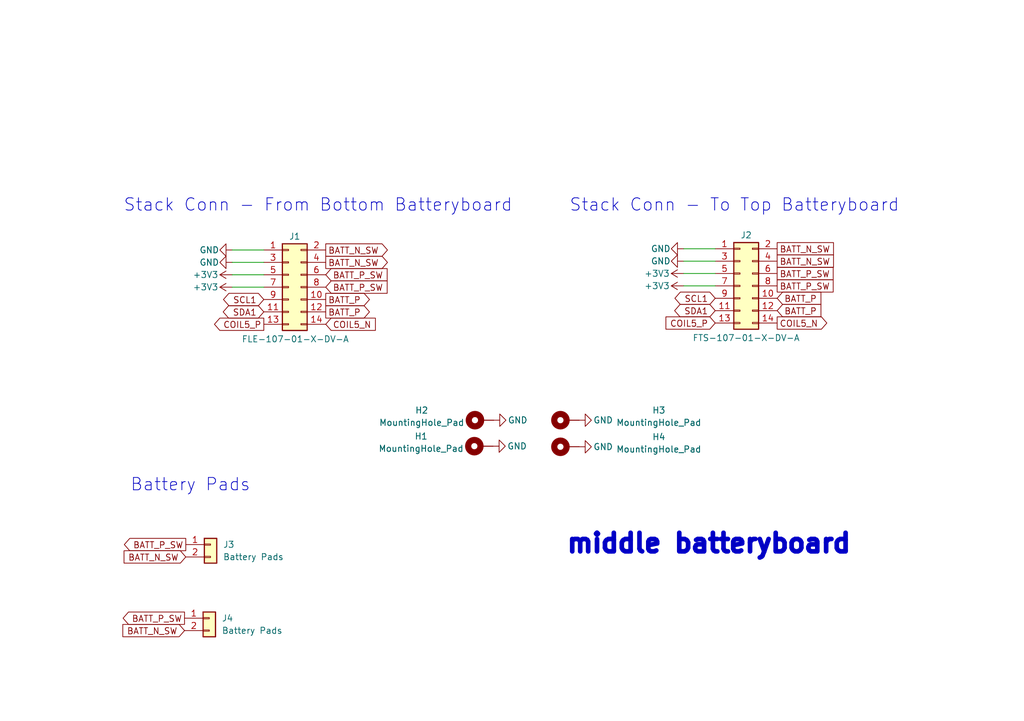
<source format=kicad_sch>
(kicad_sch (version 20230121) (generator eeschema)
  (paper "A5")
  (title_block (title "PyCubed Mini") (date "2023-04-12") (rev "B3/02") (company "RExLab Carnegie Mellon University") (comment 1 "N. Khera") (comment 2 "Z. Manchester"))
  (lib_symbols
    (symbol "Connector_Generic:Conn_01x02" (pin_names (offset 1.016) hide)
      (property "Reference" "J" (at 0 2.54 0))
      (property "Value" "Conn_01x02" (at 0 -5.08 0))
      (symbol "Conn_01x02_1_1"
        (rectangle (start -1.27 -2.413) (end 0 -2.667) (stroke (width 0.1524)))
        (rectangle (start -1.27 0.127) (end 0 -0.127) (stroke (width 0.1524)))
        (rectangle (start -1.27 1.27) (end 1.27 -3.81) (stroke (width 0.254)) (fill (type background)))
        (pin passive line (at -5.08 0 0) (length 3.81) (name "Pin_1") (number "1"))
        (pin passive line (at -5.08 -2.54 0) (length 3.81) (name "Pin_2") (number "2"))
      )
    )
    (symbol "Connector_Generic:Conn_02x07_Odd_Even" (pin_names (offset 1.016) hide)
      (property "Reference" "J" (at 1.27 10.16 0))
      (property "Value" "Conn_02x07_Odd_Even" (at 1.27 -10.16 0))
      (symbol "Conn_02x07_Odd_Even_1_1"
        (rectangle (start -1.27 -7.493) (end 0 -7.747) (stroke (width 0.1524)))
        (rectangle (start -1.27 -4.953) (end 0 -5.207) (stroke (width 0.1524)))
        (rectangle (start -1.27 -2.413) (end 0 -2.667) (stroke (width 0.1524)))
        (rectangle (start -1.27 0.127) (end 0 -0.127) (stroke (width 0.1524)))
        (rectangle (start -1.27 2.667) (end 0 2.413) (stroke (width 0.1524)))
        (rectangle (start -1.27 5.207) (end 0 4.953) (stroke (width 0.1524)))
        (rectangle (start -1.27 7.747) (end 0 7.493) (stroke (width 0.1524)))
        (rectangle (start -1.27 8.89) (end 3.81 -8.89) (stroke (width 0.254)) (fill (type background)))
        (rectangle (start 3.81 -7.493) (end 2.54 -7.747) (stroke (width 0.1524)))
        (rectangle (start 3.81 -4.953) (end 2.54 -5.207) (stroke (width 0.1524)))
        (rectangle (start 3.81 -2.413) (end 2.54 -2.667) (stroke (width 0.1524)))
        (rectangle (start 3.81 0.127) (end 2.54 -0.127) (stroke (width 0.1524)))
        (rectangle (start 3.81 2.667) (end 2.54 2.413) (stroke (width 0.1524)))
        (rectangle (start 3.81 5.207) (end 2.54 4.953) (stroke (width 0.1524)))
        (rectangle (start 3.81 7.747) (end 2.54 7.493) (stroke (width 0.1524)))
        (pin passive line (at -5.08 7.62 0) (length 3.81) (name "Pin_1") (number "1"))
        (pin passive line (at 7.62 -2.54 180) (length 3.81) (name "Pin_10") (number "10"))
        (pin passive line (at -5.08 -5.08 0) (length 3.81) (name "Pin_11") (number "11"))
        (pin passive line (at 7.62 -5.08 180) (length 3.81) (name "Pin_12") (number "12"))
        (pin passive line (at -5.08 -7.62 0) (length 3.81) (name "Pin_13") (number "13"))
        (pin passive line (at 7.62 -7.62 180) (length 3.81) (name "Pin_14") (number "14"))
        (pin passive line (at 7.62 7.62 180) (length 3.81) (name "Pin_2") (number "2"))
        (pin passive line (at -5.08 5.08 0) (length 3.81) (name "Pin_3") (number "3"))
        (pin passive line (at 7.62 5.08 180) (length 3.81) (name "Pin_4") (number "4"))
        (pin passive line (at -5.08 2.54 0) (length 3.81) (name "Pin_5") (number "5"))
        (pin passive line (at 7.62 2.54 180) (length 3.81) (name "Pin_6") (number "6"))
        (pin passive line (at -5.08 0 0) (length 3.81) (name "Pin_7") (number "7"))
        (pin passive line (at 7.62 0 180) (length 3.81) (name "Pin_8") (number "8"))
        (pin passive line (at -5.08 -2.54 0) (length 3.81) (name "Pin_9") (number "9"))
      )
    )
    (symbol "Mechanical:MountingHole_Pad" (pin_numbers hide) (pin_names (offset 1.016) hide)
      (property "Reference" "H" (at 0 6.35 0))
      (property "Value" "MountingHole_Pad" (at 0 4.445 0))
      (symbol "MountingHole_Pad_0_1"
        (circle (center 0 1.27) (radius 1.27) (stroke (width 1.27)))
      )
      (symbol "MountingHole_Pad_1_1"
        (pin input line (at 0 -2.54 90) (length 2.54) (name "1") (number "1"))
      )
    )
    (symbol "power:+3V3" (power) (pin_names (offset 0))
      (property "Value" "+3V3" (at 0 3.556 0))
      (symbol "+3V3_0_1"
        (polyline (pts (xy -0.762 1.27) (xy 0 2.54)))
        (polyline (pts (xy 0 0) (xy 0 2.54)))
        (polyline (pts (xy 0 2.54) (xy 0.762 1.27)))
      )
      (symbol "+3V3_1_1"
        (pin power_in line (at 0 0 90) (length 0) hide (name "+3V3") (number "1"))
      )
    )
    (symbol "power:GND" (power) (pin_names (offset 0))
      (property "Value" "GND" (at 0 -3.81 0))
      (symbol "GND_0_1"
        (polyline (pts (xy 0 0) (xy 0 -1.27) (xy 1.27 -1.27) (xy 0 -2.54) (xy -1.27 -1.27) (xy 0 -1.27)))
      )
      (symbol "GND_1_1"
        (pin power_in line (at 0 0 270) (length 0) hide (name "GND") (number "1"))
      )
    )
  )
  (wire (pts (xy 47.625 51.308) (xy 54.102 51.308)))
  (wire (pts (xy 47.625 58.928) (xy 54.102 58.928)))
  (wire (pts (xy 140.208 58.674) (xy 146.685 58.674)))
  (wire (pts (xy 47.625 56.388) (xy 54.102 56.388)))
  (wire (pts (xy 140.208 56.134) (xy 146.685 56.134)))
  (wire (pts (xy 140.208 53.594) (xy 146.685 53.594)))
  (wire (pts (xy 47.625 53.848) (xy 54.102 53.848)))
  (wire (pts (xy 140.208 51.054) (xy 146.685 51.054)))
  (text "Stack Conn - To Top Batteryboard" (at 116.713 43.688 0) (effects (font (size 2.54 2.54)) (justify left bottom)))
  (text "Stack Conn - From Bottom Batteryboard" (at 25.273 43.688 0) (effects (font (size 2.54 2.54)) (justify left bottom)))
  (text "middle batteryboard" (at 115.824 113.919 0) (effects (font (size 3.81 3.81) (thickness 1.016) bold) (justify left bottom)))
  (text "Battery Pads" (at 26.67 101.092 0) (effects (font (size 2.54 2.54)) (justify left bottom)))
  (global_label "BATT_P_SW" (shape output) (at 37.846 126.873 180) (property "Intersheetrefs" "${INTERSHEET_REFS}" (effects hide)))
  (global_label "COIL5_P" (shape input) (at 146.685 66.294 180) (property "Intersheetrefs" "${INTERSHEET_REFS}" (effects hide)))
  (global_label "BATT_P" (shape output) (at 66.802 61.468 0) (property "Intersheetrefs" "${INTERSHEET_REFS}" (effects hide)))
  (global_label "BATT_P" (shape output) (at 66.802 64.008 0) (property "Intersheetrefs" "${INTERSHEET_REFS}" (effects hide)))
  (global_label "COIL5_N" (shape input) (at 66.802 66.548 0) (property "Intersheetrefs" "${INTERSHEET_REFS}" (effects hide)))
  (global_label "SCL1" (shape bidirectional) (at 146.685 61.214 180) (property "Intersheetrefs" "${INTERSHEET_REFS}" (effects hide)))
  (global_label "BATT_N_SW" (shape output) (at 66.802 53.848 0) (property "Intersheetrefs" "${INTERSHEET_REFS}" (effects hide)))
  (global_label "BATT_P_SW" (shape passive) (at 159.385 56.134 0) (property "Intersheetrefs" "${INTERSHEET_REFS}" (effects hide)))
  (global_label "BATT_N_SW" (shape input) (at 38.1 114.3 180) (property "Intersheetrefs" "${INTERSHEET_REFS}" (effects hide)))
  (global_label "BATT_P" (shape input) (at 159.385 61.214 0) (property "Intersheetrefs" "${INTERSHEET_REFS}" (effects hide)))
  (global_label "BATT_N_SW" (shape passive) (at 159.385 51.054 0) (property "Intersheetrefs" "${INTERSHEET_REFS}" (effects hide)))
  (global_label "BATT_P_SW" (shape input) (at 66.802 56.388 0) (property "Intersheetrefs" "${INTERSHEET_REFS}" (effects hide)))
  (global_label "SCL1" (shape bidirectional) (at 54.102 61.468 180) (property "Intersheetrefs" "${INTERSHEET_REFS}" (effects hide)))
  (global_label "BATT_N_SW" (shape passive) (at 159.385 53.594 0) (property "Intersheetrefs" "${INTERSHEET_REFS}" (effects hide)))
  (global_label "BATT_P_SW" (shape output) (at 38.1 111.76 180) (property "Intersheetrefs" "${INTERSHEET_REFS}" (effects hide)))
  (global_label "BATT_P_SW" (shape passive) (at 159.385 58.674 0) (property "Intersheetrefs" "${INTERSHEET_REFS}" (effects hide)))
  (global_label "BATT_N_SW" (shape input) (at 37.846 129.413 180) (property "Intersheetrefs" "${INTERSHEET_REFS}" (effects hide)))
  (global_label "SDA1" (shape bidirectional) (at 146.685 63.754 180) (property "Intersheetrefs" "${INTERSHEET_REFS}" (effects hide)))
  (global_label "COIL5_N" (shape output) (at 159.385 66.294 0) (property "Intersheetrefs" "${INTERSHEET_REFS}" (effects hide)))
  (global_label "BATT_P" (shape input) (at 159.385 63.754 0) (property "Intersheetrefs" "${INTERSHEET_REFS}" (effects hide)))
  (global_label "COIL5_P" (shape output) (at 54.102 66.548 180) (property "Intersheetrefs" "${INTERSHEET_REFS}" (effects hide)))
  (global_label "SDA1" (shape bidirectional) (at 54.102 64.008 180) (property "Intersheetrefs" "${INTERSHEET_REFS}" (effects hide)))
  (global_label "BATT_P_SW" (shape input) (at 66.802 58.928 0) (property "Intersheetrefs" "${INTERSHEET_REFS}" (effects hide)))
  (global_label "BATT_N_SW" (shape output) (at 66.802 51.308 0) (property "Intersheetrefs" "${INTERSHEET_REFS}" (effects hide)))
  (symbol (lib_id "power:+3V3") (at 140.208 56.134 90) (mirror x) (unit 1)
    (property "Reference" "#PWR0111" (effects hide))
    (property "Value" "+3V3" (at 134.747 56.134 90))
  )
  (symbol (lib_id "power:GND") (at 101.092 91.567 90) (unit 1)
    (property "Reference" "#PWR0103" (effects hide))
    (property "Value" "GND" (at 106.045 91.567 90))
  )
  (symbol (lib_id "power:+3V3") (at 140.208 58.674 90) (mirror x) (unit 1)
    (property "Reference" "#PWR0110" (effects hide))
    (property "Value" "+3V3" (at 134.747 58.674 90))
  )
  (symbol (lib_id "power:+3V3") (at 47.625 58.928 90) (mirror x) (unit 1)
    (property "Reference" "#PWR0108" (effects hide))
    (property "Value" "+3V3" (at 42.164 58.928 90))
  )
  (symbol (lib_id "Mechanical:MountingHole_Pad") (at 98.552 91.567 90) (unit 1) (in_bom no)
    (property "Reference" "H1" (at 86.36 89.535 90))
    (property "Value" "MountingHole_Pad" (at 86.36 92.0719 90))
    (property "Footprint" "mainboard:MountingHole" (effects hide))
  )
  (symbol (lib_id "power:GND") (at 140.208 51.054 270) (unit 1)
    (property "Reference" "#PWR0109" (effects hide))
    (property "Value" "GND" (at 135.509 51.054 90))
  )
  (symbol (lib_id "power:GND") (at 47.625 53.848 270) (unit 1)
    (property "Reference" "#PWR0107" (effects hide))
    (property "Value" "GND" (at 42.926 53.848 90))
  )
  (symbol (lib_id "power:GND") (at 140.208 53.594 270) (unit 1)
    (property "Reference" "#PWR0112" (effects hide))
    (property "Value" "GND" (at 135.509 53.594 90))
  )
  (symbol (lib_id "Mechanical:MountingHole_Pad") (at 116.205 86.233 90) (unit 1) (in_bom no)
    (property "Reference" "H3" (at 135.128 84.201 90))
    (property "Value" "MountingHole_Pad" (at 135.128 86.7379 90))
    (property "Footprint" "mainboard:MountingHole" (effects hide))
  )
  (symbol (lib_id "Mechanical:MountingHole_Pad") (at 116.205 91.694 90) (unit 1) (in_bom no)
    (property "Reference" "H4" (at 135.128 89.662 90))
    (property "Value" "MountingHole_Pad" (at 135.128 92.1989 90))
    (property "Footprint" "mainboard:MountingHole" (effects hide))
  )
  (symbol (lib_id "Mechanical:MountingHole_Pad") (at 98.679 86.233 90) (unit 1) (in_bom no)
    (property "Reference" "H2" (at 86.487 84.2041 90))
    (property "Value" "MountingHole_Pad" (at 86.487 86.741 90))
    (property "Footprint" "mainboard:MountingHole" (effects hide))
  )
  (symbol (lib_id "power:GND") (at 118.745 86.233 90) (unit 1)
    (property "Reference" "#PWR0105" (effects hide))
    (property "Value" "GND" (at 123.698 86.233 90))
  )
  (symbol (lib_id "power:+3V3") (at 47.625 56.388 90) (mirror x) (unit 1)
    (property "Reference" "#PWR0104" (effects hide))
    (property "Value" "+3V3" (at 42.164 56.388 90))
  )
  (symbol (lib_id "Connector_Generic:Conn_01x02") (at 43.18 111.76 0) (unit 1) (in_bom no)
    (property "Reference" "J3" (at 45.72 111.76 0) (effects (justify left)))
    (property "Value" "Battery Pads" (at 45.72 114.3 0) (effects (justify left)))
    (property "Footprint" "batteryboard:Battery Pads" (effects hide))
  )
  (symbol (lib_id "power:GND") (at 118.745 91.694 90) (unit 1)
    (property "Reference" "#PWR0106" (effects hide))
    (property "Value" "GND" (at 123.698 91.694 90))
  )
  (symbol (lib_id "power:GND") (at 101.219 86.233 90) (unit 1)
    (property "Reference" "#PWR0102" (effects hide))
    (property "Value" "GND" (at 106.172 86.233 90))
  )
  (symbol (lib_id "Connector_Generic:Conn_02x07_Odd_Even") (at 59.182 58.928 0) (unit 1)
    (property "Reference" "J1" (at 60.452 48.514 0))
    (property "Value" "FLE-107-01-X-DV-A" (at 60.579 69.596 0))
    (property "Footprint" "batteryboard:SAMTEC_FLE-107-01-X-DV-A" (effects hide))
  )
  (symbol (lib_id "power:GND") (at 47.625 51.308 270) (unit 1)
    (property "Reference" "#PWR0101" (effects hide))
    (property "Value" "GND" (at 42.926 51.308 90))
  )
  (symbol (lib_id "Connector_Generic:Conn_02x07_Odd_Even") (at 151.765 58.674 0) (unit 1)
    (property "Reference" "J2" (at 153.035 48.26 0))
    (property "Value" "FTS-107-01-X-DV-A" (at 153.035 69.342 0))
    (property "Footprint" "batteryboard:SAMTEC-FTS-107-01-X-DV-A" (effects hide))
  )
  (symbol (lib_id "Connector_Generic:Conn_01x02") (at 42.926 126.873 0) (unit 1) (in_bom no)
    (property "Reference" "J4" (at 45.466 126.873 0) (effects (justify left)))
    (property "Value" "Battery Pads" (at 45.466 129.413 0) (effects (justify left)))
    (property "Footprint" "batteryboard:Battery Pads" (effects hide))
  )
)
</source>
